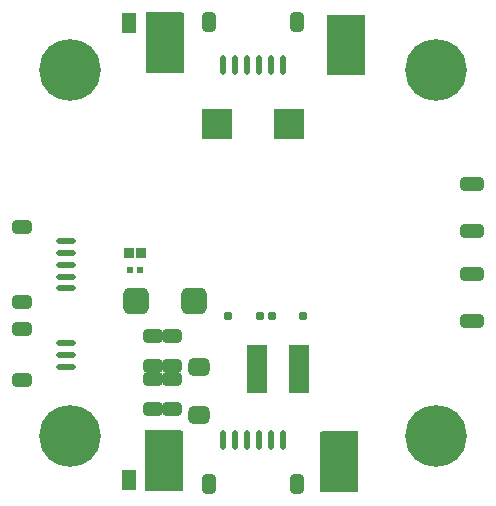
<source format=gts>
G04*
G04 #@! TF.GenerationSoftware,Altium Limited,Altium Designer,23.8.1 (32)*
G04*
G04 Layer_Color=8388736*
%FSLAX44Y44*%
%MOMM*%
G71*
G04*
G04 #@! TF.SameCoordinates,63047707-2AD3-47D3-9D9A-8CE44674FD2A*
G04*
G04*
G04 #@! TF.FilePolarity,Negative*
G04*
G01*
G75*
G04:AMPARAMS|DCode=16|XSize=2.16mm|YSize=2.26mm|CornerRadius=0.54mm|HoleSize=0mm|Usage=FLASHONLY|Rotation=0.000|XOffset=0mm|YOffset=0mm|HoleType=Round|Shape=RoundedRectangle|*
%AMROUNDEDRECTD16*
21,1,2.1600,1.1800,0,0,0.0*
21,1,1.0800,2.2600,0,0,0.0*
1,1,1.0800,0.5400,-0.5900*
1,1,1.0800,-0.5400,-0.5900*
1,1,1.0800,-0.5400,0.5900*
1,1,1.0800,0.5400,0.5900*
%
%ADD16ROUNDEDRECTD16*%
%ADD19R,0.4682X0.4725*%
%ADD29R,1.0414X1.5494*%
%ADD30R,3.0734X5.0622*%
%ADD31R,3.0734X5.1562*%
%ADD32R,2.5400X2.5400*%
%ADD33R,0.9524X0.8524*%
G04:AMPARAMS|DCode=34|XSize=0.5524mm|YSize=1.6524mm|CornerRadius=0.1762mm|HoleSize=0mm|Usage=FLASHONLY|Rotation=270.000|XOffset=0mm|YOffset=0mm|HoleType=Round|Shape=RoundedRectangle|*
%AMROUNDEDRECTD34*
21,1,0.5524,1.3000,0,0,270.0*
21,1,0.2000,1.6524,0,0,270.0*
1,1,0.3524,-0.6500,-0.1000*
1,1,0.3524,-0.6500,0.1000*
1,1,0.3524,0.6500,0.1000*
1,1,0.3524,0.6500,-0.1000*
%
%ADD34ROUNDEDRECTD34*%
G04:AMPARAMS|DCode=35|XSize=1.1524mm|YSize=1.6524mm|CornerRadius=0.3262mm|HoleSize=0mm|Usage=FLASHONLY|Rotation=90.000|XOffset=0mm|YOffset=0mm|HoleType=Round|Shape=RoundedRectangle|*
%AMROUNDEDRECTD35*
21,1,1.1524,1.0000,0,0,90.0*
21,1,0.5000,1.6524,0,0,90.0*
1,1,0.6524,0.5000,0.2500*
1,1,0.6524,0.5000,-0.2500*
1,1,0.6524,-0.5000,-0.2500*
1,1,0.6524,-0.5000,0.2500*
%
%ADD35ROUNDEDRECTD35*%
%ADD36R,1.2000X1.7000*%
%ADD37R,3.2000X5.2000*%
G04:AMPARAMS|DCode=38|XSize=0.5524mm|YSize=1.6524mm|CornerRadius=0.1762mm|HoleSize=0mm|Usage=FLASHONLY|Rotation=0.000|XOffset=0mm|YOffset=0mm|HoleType=Round|Shape=RoundedRectangle|*
%AMROUNDEDRECTD38*
21,1,0.5524,1.3000,0,0,0.0*
21,1,0.2000,1.6524,0,0,0.0*
1,1,0.3524,0.1000,-0.6500*
1,1,0.3524,-0.1000,-0.6500*
1,1,0.3524,-0.1000,0.6500*
1,1,0.3524,0.1000,0.6500*
%
%ADD38ROUNDEDRECTD38*%
G04:AMPARAMS|DCode=39|XSize=1.1524mm|YSize=1.6524mm|CornerRadius=0.3262mm|HoleSize=0mm|Usage=FLASHONLY|Rotation=0.000|XOffset=0mm|YOffset=0mm|HoleType=Round|Shape=RoundedRectangle|*
%AMROUNDEDRECTD39*
21,1,1.1524,1.0000,0,0,0.0*
21,1,0.5000,1.6524,0,0,0.0*
1,1,0.6524,0.2500,-0.5000*
1,1,0.6524,-0.2500,-0.5000*
1,1,0.6524,-0.2500,0.5000*
1,1,0.6524,0.2500,0.5000*
%
%ADD39ROUNDEDRECTD39*%
%ADD40R,1.6524X4.1524*%
G04:AMPARAMS|DCode=41|XSize=0.6524mm|YSize=0.7524mm|CornerRadius=0.2012mm|HoleSize=0mm|Usage=FLASHONLY|Rotation=90.000|XOffset=0mm|YOffset=0mm|HoleType=Round|Shape=RoundedRectangle|*
%AMROUNDEDRECTD41*
21,1,0.6524,0.3500,0,0,90.0*
21,1,0.2500,0.7524,0,0,90.0*
1,1,0.4024,0.1750,0.1250*
1,1,0.4024,0.1750,-0.1250*
1,1,0.4024,-0.1750,-0.1250*
1,1,0.4024,-0.1750,0.1250*
%
%ADD41ROUNDEDRECTD41*%
G04:AMPARAMS|DCode=42|XSize=1.1684mm|YSize=2.032mm|CornerRadius=0.3302mm|HoleSize=0mm|Usage=FLASHONLY|Rotation=270.000|XOffset=0mm|YOffset=0mm|HoleType=Round|Shape=RoundedRectangle|*
%AMROUNDEDRECTD42*
21,1,1.1684,1.3716,0,0,270.0*
21,1,0.5080,2.0320,0,0,270.0*
1,1,0.6604,-0.6858,-0.2540*
1,1,0.6604,-0.6858,0.2540*
1,1,0.6604,0.6858,0.2540*
1,1,0.6604,0.6858,-0.2540*
%
%ADD42ROUNDEDRECTD42*%
G04:AMPARAMS|DCode=43|XSize=1.6524mm|YSize=1.1524mm|CornerRadius=0.3262mm|HoleSize=0mm|Usage=FLASHONLY|Rotation=180.000|XOffset=0mm|YOffset=0mm|HoleType=Round|Shape=RoundedRectangle|*
%AMROUNDEDRECTD43*
21,1,1.6524,0.5000,0,0,180.0*
21,1,1.0000,1.1524,0,0,180.0*
1,1,0.6524,-0.5000,0.2500*
1,1,0.6524,0.5000,0.2500*
1,1,0.6524,0.5000,-0.2500*
1,1,0.6524,-0.5000,-0.2500*
%
%ADD43ROUNDEDRECTD43*%
G04:AMPARAMS|DCode=44|XSize=1.5494mm|YSize=1.8034mm|CornerRadius=0.4255mm|HoleSize=0mm|Usage=FLASHONLY|Rotation=90.000|XOffset=0mm|YOffset=0mm|HoleType=Round|Shape=RoundedRectangle|*
%AMROUNDEDRECTD44*
21,1,1.5494,0.9525,0,0,90.0*
21,1,0.6985,1.8034,0,0,90.0*
1,1,0.8509,0.4763,0.3493*
1,1,0.8509,0.4763,-0.3493*
1,1,0.8509,-0.4763,-0.3493*
1,1,0.8509,-0.4763,0.3493*
%
%ADD44ROUNDEDRECTD44*%
%ADD45C,5.2324*%
D16*
X-98806Y-40894D02*
D03*
X-49806D02*
D03*
D19*
X-95801Y-14478D02*
D03*
X-103843D02*
D03*
D29*
X-105283Y194945D02*
D03*
Y-192659D02*
D03*
D30*
X78613Y176111D02*
D03*
X73715Y-176695D02*
D03*
X-75383Y178143D02*
D03*
D31*
X-75819Y-175387D02*
D03*
D32*
X30480Y109220D02*
D03*
X-30480D02*
D03*
D33*
X-105000Y0D02*
D03*
X-95000D02*
D03*
D34*
X-158750Y9840D02*
D03*
Y-160D02*
D03*
Y-20160D02*
D03*
Y-10160D02*
D03*
Y-30160D02*
D03*
Y-76360D02*
D03*
Y-86360D02*
D03*
Y-96360D02*
D03*
D35*
X-195580Y-41910D02*
D03*
Y21590D02*
D03*
Y-64770D02*
D03*
Y-107950D02*
D03*
D36*
X-105143Y194792D02*
D03*
Y-192812D02*
D03*
D37*
X73152Y-177038D02*
D03*
X-75692Y-176022D02*
D03*
X-74676Y177546D02*
D03*
X78740Y176022D02*
D03*
D38*
X-25000Y158750D02*
D03*
X25000D02*
D03*
X15000D02*
D03*
X-5000D02*
D03*
X5000D02*
D03*
X-15000D02*
D03*
X15000Y-158750D02*
D03*
X-5000D02*
D03*
X5000D02*
D03*
X-15000D02*
D03*
X-25000D02*
D03*
X25000D02*
D03*
D39*
X-36910Y195580D02*
D03*
X36910D02*
D03*
X-36910Y-195580D02*
D03*
X36910D02*
D03*
D40*
X3082Y-98552D02*
D03*
X39082D02*
D03*
D41*
X15916Y-53340D02*
D03*
X42504D02*
D03*
X5674D02*
D03*
X-20914D02*
D03*
D42*
X185420Y57912D02*
D03*
Y18288D02*
D03*
Y-18288D02*
D03*
Y-57912D02*
D03*
D43*
X-68326Y-132588D02*
D03*
X-68325Y-107187D02*
D03*
X-84836Y-132588D02*
D03*
X-84835Y-107187D02*
D03*
X-84836Y-70358D02*
D03*
X-84837Y-95759D02*
D03*
X-68326Y-70358D02*
D03*
X-68327Y-95759D02*
D03*
D44*
X-45720Y-96520D02*
D03*
Y-137160D02*
D03*
D45*
X-155000Y-155000D02*
D03*
X155000D02*
D03*
Y155000D02*
D03*
X-155000D02*
D03*
M02*

</source>
